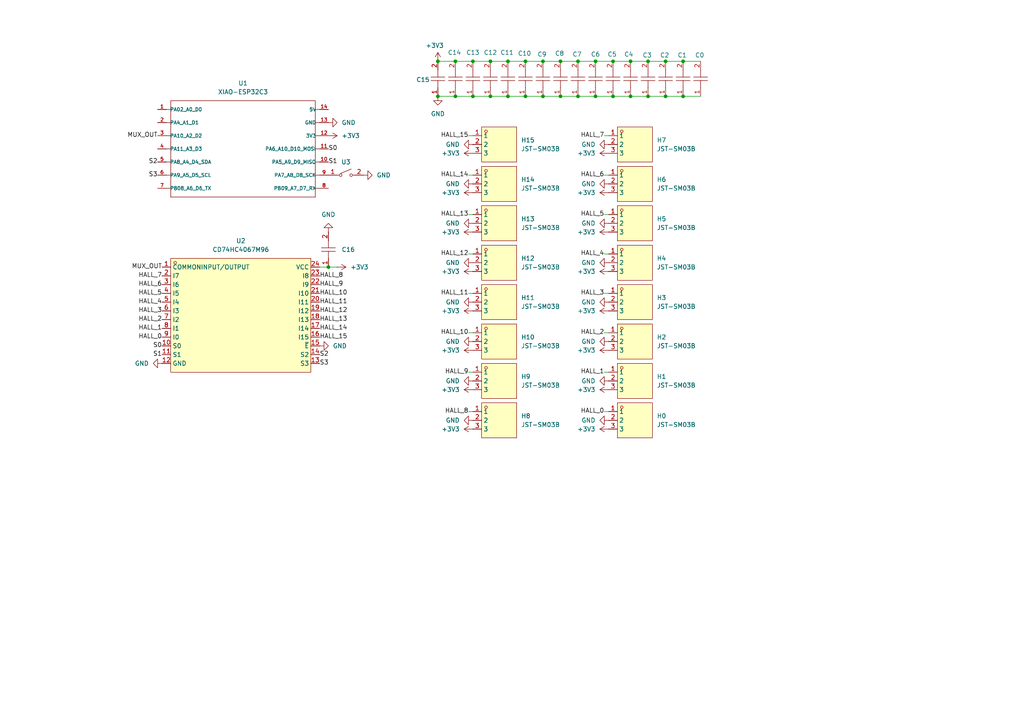
<source format=kicad_sch>
(kicad_sch (version 20231120) (generator "eeschema") (generator_version "8.0")
  (paper "A4")
  (lib_symbols
    (symbol "0_XIAO-ESP32C3:XIAO-ESP32C3" (pin_names (offset 1.016))
      (property "Reference" "U" (at -21.59 15.24 0))
      (property "Value" "XIAO-ESP32C3" (at -17.272 13.97 0))
      (symbol "XIAO-ESP32C3_0_0"
        (polyline (pts (xy -21.59 -13.97) (xy -21.59 0)) (stroke (width 0.1524)))
        (polyline (pts (xy -21.59 -11.43) (xy -22.86 -11.43)) (stroke (width 0.1524)))
        (polyline (pts (xy -21.59 -7.62) (xy -22.86 -7.62)) (stroke (width 0.1524)))
        (polyline (pts (xy -21.59 -3.81) (xy -22.86 -3.81)) (stroke (width 0.1524)))
        (polyline (pts (xy -21.59 0) (xy -22.86 0)) (stroke (width 0.1524)))
        (polyline (pts (xy -21.59 0) (xy -21.59 3.81)) (stroke (width 0.1524)))
        (polyline (pts (xy -21.59 3.81) (xy -22.86 3.81)) (stroke (width 0.1524)))
        (polyline (pts (xy -21.59 3.81) (xy -21.59 7.62)) (stroke (width 0.1524)))
        (polyline (pts (xy -21.59 7.62) (xy -22.86 7.62)) (stroke (width 0.1524)))
        (polyline (pts (xy -21.59 7.62) (xy -21.59 11.43)) (stroke (width 0.1524)))
        (polyline (pts (xy -21.59 11.43) (xy -22.86 11.43)) (stroke (width 0.1524)))
        (polyline (pts (xy -21.59 11.43) (xy -21.59 13.97)) (stroke (width 0.1524)))
        (polyline (pts (xy -21.59 13.97) (xy 20.32 13.97)) (stroke (width 0.1524)))
        (polyline (pts (xy 20.32 -13.97) (xy -21.59 -13.97)) (stroke (width 0.1524)))
        (polyline (pts (xy 20.32 3.81) (xy 20.32 -13.97)) (stroke (width 0.1524)))
        (polyline (pts (xy 20.32 7.62) (xy 20.32 3.81)) (stroke (width 0.1524)))
        (polyline (pts (xy 20.32 11.43) (xy 20.32 7.62)) (stroke (width 0.1524)))
        (polyline (pts (xy 20.32 13.97) (xy 20.32 11.43)) (stroke (width 0.1524)))
        (polyline (pts (xy 21.59 -11.43) (xy 20.32 -11.43)) (stroke (width 0.1524)))
        (polyline (pts (xy 21.59 -7.62) (xy 20.32 -7.62)) (stroke (width 0.1524)))
        (polyline (pts (xy 21.59 -3.81) (xy 20.32 -3.81)) (stroke (width 0.1524)))
        (polyline (pts (xy 21.59 0) (xy 20.32 0)) (stroke (width 0.1524)))
        (polyline (pts (xy 21.59 3.81) (xy 20.32 3.81)) (stroke (width 0.1524)))
        (polyline (pts (xy 21.59 7.62) (xy 20.32 7.62)) (stroke (width 0.1524)))
        (polyline (pts (xy 21.59 11.43) (xy 20.32 11.43)) (stroke (width 0.1524)))
        (pin bidirectional line (at -25.4 11.43 0) (length 2.54) (name "PA02_A0_D0") (number "1"))
        (pin bidirectional line (at 24.13 -3.81 180) (length 2.54) (name "PA5_A9_D9_MISO") (number "10"))
        (pin bidirectional line (at 24.13 0 180) (length 2.54) (name "PA6_A10_D10_MOSI") (number "11"))
        (pin bidirectional line (at 24.13 3.81 180) (length 2.54) (name "3V3") (number "12"))
        (pin bidirectional line (at 24.13 7.62 180) (length 2.54) (name "GND") (number "13"))
        (pin bidirectional line (at 24.13 11.43 180) (length 2.54) (name "5V") (number "14"))
        (pin bidirectional line (at -25.4 7.62 0) (length 2.54) (name "PA4_A1_D1") (number "2"))
        (pin bidirectional line (at -25.4 3.81 0) (length 2.54) (name "PA10_A2_D2") (number "3"))
        (pin bidirectional line (at -25.4 0 0) (length 2.54) (name "PA11_A3_D3") (number "4"))
        (pin bidirectional line (at -25.4 -3.81 0) (length 2.54) (name "PA8_A4_D4_SDA") (number "5"))
        (pin bidirectional line (at -25.4 -7.62 0) (length 2.54) (name "PA9_A5_D5_SCL") (number "6"))
        (pin bidirectional line (at -25.4 -11.43 0) (length 2.54) (name "PB08_A6_D6_TX") (number "7"))
        (pin bidirectional line (at 24.13 -11.43 180) (length 2.54) (name "PB09_A7_D7_RX") (number "8"))
        (pin bidirectional line (at 24.13 -7.62 180) (length 2.54) (name "PA7_A8_D8_SCK") (number "9"))
      )
    )
    (symbol "0_easyeda2kicad:2.5x3mm-BUTTON"
      (property "Reference" "U" (at 0 5.08 0))
      (symbol "2.5x3mm-BUTTON_0_1"
        (circle (center -1.52 0) (radius 0.38))
        (polyline (pts (xy -2.03 0) (xy -2.54 0)))
        (polyline (pts (xy -1.52 0.51) (xy 1.52 1.78)))
        (polyline (pts (xy 2.03 0) (xy 2.54 0)))
        (circle (center 1.52 0) (radius 0.38))
      )
      (symbol "2.5x3mm-BUTTON_1_1"
        (pin unspecified line (at -5.08 0 0) (length 2.54) (name "") (number "1"))
        (pin unspecified line (at 5.08 0 180) (length 2.54) (name "") (number "2"))
      )
    )
    (symbol "0_easyeda2kicad:C-0402-0.1uF-16V"
      (property "Reference" "C" (at 0 5.08 0))
      (symbol "C-0402-0.1uF-16V_0_1"
        (polyline (pts (xy -0.51 -2.03) (xy -0.51 2.03)))
        (polyline (pts (xy -0.51 0) (xy -2.54 0)))
        (polyline (pts (xy 0.51 2.03) (xy 0.51 -2.03)))
        (polyline (pts (xy 2.54 0) (xy 0.51 0)))
      )
      (symbol "C-0402-0.1uF-16V_1_1"
        (pin unspecified line (at -5.08 0 0) (length 2.54) (name "") (number "1"))
        (pin unspecified line (at 5.08 0 180) (length 2.54) (name "") (number "2"))
      )
    )
    (symbol "0_easyeda2kicad:CD74HC4067M96"
      (property "Reference" "U" (at 0 19.05 0))
      (property "Value" "CD74HC4067M96" (at 0 -19.05 0))
      (symbol "CD74HC4067M96_0_1"
        (rectangle (start -20.32 16.51) (end 20.32 -16.51) (fill (type background)))
        (circle (center -19.05 15.24) (radius 0.38))
        (pin unspecified line (at -22.86 13.97 0) (length 2.54) (name "COMMONINPUT/OUTPUT") (number "1"))
        (pin unspecified line (at -22.86 -8.89 0) (length 2.54) (name "S0") (number "10"))
        (pin unspecified line (at -22.86 -11.43 0) (length 2.54) (name "S1") (number "11"))
        (pin unspecified line (at -22.86 -13.97 0) (length 2.54) (name "GND") (number "12"))
        (pin unspecified line (at 22.86 -13.97 180) (length 2.54) (name "S3") (number "13"))
        (pin unspecified line (at 22.86 -11.43 180) (length 2.54) (name "S2") (number "14"))
        (pin unspecified line (at 22.86 -8.89 180) (length 2.54) (name "~{E}") (number "15"))
        (pin unspecified line (at 22.86 -6.35 180) (length 2.54) (name "I15") (number "16"))
        (pin unspecified line (at 22.86 -3.81 180) (length 2.54) (name "I14") (number "17"))
        (pin unspecified line (at 22.86 -1.27 180) (length 2.54) (name "I13") (number "18"))
        (pin unspecified line (at 22.86 1.27 180) (length 2.54) (name "I12") (number "19"))
        (pin unspecified line (at -22.86 11.43 0) (length 2.54) (name "I7") (number "2"))
        (pin unspecified line (at 22.86 3.81 180) (length 2.54) (name "I11") (number "20"))
        (pin unspecified line (at 22.86 6.35 180) (length 2.54) (name "I10") (number "21"))
        (pin unspecified line (at 22.86 8.89 180) (length 2.54) (name "I9") (number "22"))
        (pin unspecified line (at 22.86 11.43 180) (length 2.54) (name "I8") (number "23"))
        (pin unspecified line (at 22.86 13.97 180) (length 2.54) (name "VCC") (number "24"))
        (pin unspecified line (at -22.86 8.89 0) (length 2.54) (name "I6") (number "3"))
        (pin unspecified line (at -22.86 6.35 0) (length 2.54) (name "I5") (number "4"))
        (pin unspecified line (at -22.86 3.81 0) (length 2.54) (name "I4") (number "5"))
        (pin unspecified line (at -22.86 1.27 0) (length 2.54) (name "I3") (number "6"))
        (pin unspecified line (at -22.86 -1.27 0) (length 2.54) (name "I2") (number "7"))
        (pin unspecified line (at -22.86 -3.81 0) (length 2.54) (name "I1") (number "8"))
        (pin unspecified line (at -22.86 -6.35 0) (length 2.54) (name "I0") (number "9"))
      )
    )
    (symbol "0_easyeda2kicad:SM03B-SRSS-TB(LF)(SN)(P)"
      (property "Reference" "H" (at 0 12.7 0))
      (property "Value" "JST-SM03B" (at 0 -12.7 0))
      (symbol "SM03B-SRSS-TB(LF)(SN)(P)_0_1"
        (rectangle (start -2.54 5.08) (end 7.62 -5.08) (fill (type background)))
        (circle (center -1.27 3.81) (radius 0.38))
        (pin unspecified line (at -5.08 2.54 0) (length 2.54) (name "1") (number "1"))
        (pin unspecified line (at -5.08 0 0) (length 2.54) (name "2") (number "2"))
        (pin unspecified line (at -5.08 -2.54 0) (length 2.54) (name "3") (number "3"))
      )
    )
    (symbol "power:+3V3" (power) (pin_numbers hide) (pin_names (offset 0) hide)
      (property "Value" "+3V3" (at 0 3.556 0))
      (symbol "+3V3_0_1"
        (polyline (pts (xy -0.762 1.27) (xy 0 2.54)))
        (polyline (pts (xy 0 0) (xy 0 2.54)))
        (polyline (pts (xy 0 2.54) (xy 0.762 1.27)))
      )
      (symbol "+3V3_1_1"
        (pin power_in line (at 0 0 90) (length 0) (name "~") (number "1"))
      )
    )
    (symbol "power:GND" (power) (pin_numbers hide) (pin_names (offset 0) hide)
      (property "Value" "GND" (at 0 -3.81 0))
      (symbol "GND_0_1"
        (polyline (pts (xy 0 0) (xy 0 -1.27) (xy 1.27 -1.27) (xy 0 -2.54) (xy -1.27 -1.27) (xy 0 -1.27)))
      )
      (symbol "GND_1_1"
        (pin power_in line (at 0 0 270) (length 0) (name "~") (number "1"))
      )
    )
  )
  (junction (at 142.24 27.94))
  (junction (at 198.12 27.94))
  (junction (at 137.16 27.94))
  (junction (at 157.48 27.94))
  (junction (at 193.04 27.94))
  (junction (at 162.56 17.78))
  (junction (at 182.88 27.94))
  (junction (at 152.4 17.78))
  (junction (at 152.4 27.94))
  (junction (at 172.72 17.78))
  (junction (at 172.72 27.94))
  (junction (at 142.24 17.78))
  (junction (at 177.8 27.94))
  (junction (at 162.56 27.94))
  (junction (at 167.64 27.94))
  (junction (at 177.8 17.78))
  (junction (at 193.04 17.78))
  (junction (at 198.12 17.78))
  (junction (at 147.32 27.94))
  (junction (at 127 17.78))
  (junction (at 127 27.94))
  (junction (at 132.08 27.94))
  (junction (at 157.48 17.78))
  (junction (at 167.64 17.78))
  (junction (at 132.08 17.78))
  (junction (at 147.32 17.78))
  (junction (at 187.96 27.94))
  (junction (at 95.25 77.47))
  (junction (at 187.96 17.78))
  (junction (at 137.16 17.78))
  (junction (at 182.88 17.78))
  (wire (pts (xy 127 27.94) (xy 132.08 27.94)))
  (wire (pts (xy 172.72 17.78) (xy 177.8 17.78)))
  (wire (pts (xy 137.16 17.78) (xy 142.24 17.78)))
  (wire (pts (xy 175.26 50.8) (xy 176.53 50.8)))
  (wire (pts (xy 172.72 27.94) (xy 177.8 27.94)))
  (wire (pts (xy 175.26 85.09) (xy 176.53 85.09)))
  (wire (pts (xy 135.89 62.23) (xy 137.16 62.23)))
  (wire (pts (xy 127 17.78) (xy 132.08 17.78)))
  (wire (pts (xy 135.89 96.52) (xy 137.16 96.52)))
  (wire (pts (xy 137.16 27.94) (xy 142.24 27.94)))
  (wire (pts (xy 193.04 27.94) (xy 198.12 27.94)))
  (wire (pts (xy 187.96 27.94) (xy 193.04 27.94)))
  (wire (pts (xy 198.12 27.94) (xy 203.2 27.94)))
  (wire (pts (xy 187.96 17.78) (xy 193.04 17.78)))
  (wire (pts (xy 198.12 17.78) (xy 203.2 17.78)))
  (wire (pts (xy 152.4 17.78) (xy 157.48 17.78)))
  (wire (pts (xy 95.25 77.47) (xy 97.79 77.47)))
  (wire (pts (xy 157.48 17.78) (xy 162.56 17.78)))
  (wire (pts (xy 92.71 77.47) (xy 95.25 77.47)))
  (wire (pts (xy 177.8 17.78) (xy 182.88 17.78)))
  (wire (pts (xy 175.26 119.38) (xy 176.53 119.38)))
  (wire (pts (xy 135.89 85.09) (xy 137.16 85.09)))
  (wire (pts (xy 193.04 17.78) (xy 198.12 17.78)))
  (wire (pts (xy 135.89 119.38) (xy 137.16 119.38)))
  (wire (pts (xy 175.26 96.52) (xy 176.53 96.52)))
  (wire (pts (xy 162.56 27.94) (xy 167.64 27.94)))
  (wire (pts (xy 175.26 73.66) (xy 176.53 73.66)))
  (wire (pts (xy 175.26 39.37) (xy 176.53 39.37)))
  (wire (pts (xy 142.24 27.94) (xy 147.32 27.94)))
  (wire (pts (xy 167.64 17.78) (xy 172.72 17.78)))
  (wire (pts (xy 177.8 27.94) (xy 182.88 27.94)))
  (wire (pts (xy 182.88 27.94) (xy 187.96 27.94)))
  (wire (pts (xy 147.32 27.94) (xy 152.4 27.94)))
  (wire (pts (xy 157.48 27.94) (xy 162.56 27.94)))
  (wire (pts (xy 132.08 17.78) (xy 137.16 17.78)))
  (wire (pts (xy 132.08 27.94) (xy 137.16 27.94)))
  (wire (pts (xy 162.56 17.78) (xy 167.64 17.78)))
  (wire (pts (xy 175.26 62.23) (xy 176.53 62.23)))
  (wire (pts (xy 142.24 17.78) (xy 147.32 17.78)))
  (wire (pts (xy 135.89 107.95) (xy 137.16 107.95)))
  (wire (pts (xy 182.88 17.78) (xy 187.96 17.78)))
  (wire (pts (xy 135.89 50.8) (xy 137.16 50.8)))
  (wire (pts (xy 167.64 27.94) (xy 172.72 27.94)))
  (wire (pts (xy 135.89 73.66) (xy 137.16 73.66)))
  (wire (pts (xy 147.32 17.78) (xy 152.4 17.78)))
  (wire (pts (xy 175.26 107.95) (xy 176.53 107.95)))
  (wire (pts (xy 135.89 39.37) (xy 137.16 39.37)))
  (wire (pts (xy 152.4 27.94) (xy 157.48 27.94)))
  (label "S2" (at 45.72 46.99 180))
  (label "HALL_12" (at 92.71 90.17 0))
  (label "HALL_3" (at 175.26 85.09 180))
  (label "S2" (at 92.71 102.87 0))
  (label "S0" (at 46.99 100.33 180))
  (label "MUX_OUT" (at 46.99 77.47 180))
  (label "HALL_15" (at 92.71 97.79 0))
  (label "HALL_5" (at 46.99 85.09 180))
  (label "S0" (at 95.25 43.18 0))
  (label "MUX_OUT" (at 45.72 39.37 180))
  (label "HALL_2" (at 175.26 96.52 180))
  (label "HALL_9" (at 135.89 107.95 180))
  (label "HALL_3" (at 46.99 90.17 180))
  (label "HALL_8" (at 135.89 119.38 180))
  (label "HALL_14" (at 92.71 95.25 0))
  (label "HALL_6" (at 175.26 50.8 180))
  (label "HALL_10" (at 135.89 96.52 180))
  (label "S1" (at 46.99 102.87 180))
  (label "HALL_7" (at 175.26 39.37 180))
  (label "S1" (at 95.25 46.99 0))
  (label "HALL_4" (at 175.26 73.66 180))
  (label "HALL_1" (at 175.26 107.95 180))
  (label "HALL_11" (at 92.71 87.63 0))
  (label "HALL_7" (at 46.99 80.01 180))
  (label "HALL_1" (at 46.99 95.25 180))
  (label "HALL_6" (at 46.99 82.55 180))
  (label "HALL_12" (at 135.89 73.66 180))
  (label "HALL_8" (at 92.71 80.01 0))
  (label "HALL_0" (at 46.99 97.79 180))
  (label "HALL_11" (at 135.89 85.09 180))
  (label "HALL_9" (at 92.71 82.55 0))
  (label "HALL_4" (at 46.99 87.63 180))
  (label "HALL_5" (at 175.26 62.23 180))
  (label "S3" (at 45.72 50.8 180))
  (label "HALL_13" (at 135.89 62.23 180))
  (label "HALL_14" (at 135.89 50.8 180))
  (label "S3" (at 92.71 105.41 0))
  (label "HALL_13" (at 92.71 92.71 0))
  (label "HALL_15" (at 135.89 39.37 180))
  (label "HALL_2" (at 46.99 92.71 180))
  (label "HALL_0" (at 175.26 119.38 180))
  (label "HALL_10" (at 92.71 85.09 0))
  (symbol (lib_id "0_XIAO-ESP32C3:XIAO-ESP32C3") (at 71.12 43.18 0) (unit 1)
    (property "Reference" "U1" (at 70.485 24.13 0))
    (property "Value" "XIAO-ESP32C3" (at 70.485 26.67 0))
    (property "Footprint" "MOUDLE14P-SMD-2.54-21X17.8MM" (effects (hide yes)))
  )
  (symbol (lib_id "0_easyeda2kicad:C-0402-0.1uF-16V") (at 162.56 22.86 90) (unit 1)
    (property "Reference" "C8" (at 162.306 15.494 90))
    (property "Value" "C-0402-0.1uF-16V" (effects (hide yes)))
    (property "Footprint" "0_easyeda2kicad:C0402" (effects (hide yes)))
    (property "Datasheet" "https://lcsc.com/product-detail/Multilayer-Ceramic-Capacitors-MLCC-SMD-SMT_SAMSUNG_CL05B104KO5NNNC_100nF-104-10-16V_C1525.html" (effects (hide yes)))
    (property "LCSC Part" "C1525" (effects (hide yes)))
  )
  (symbol (lib_id "power:GND") (at 95.25 67.31 180) (unit 1)
    (property "Reference" "#PWR040" (effects (hide yes)))
    (property "Value" "GND" (at 95.25 62.23 0))
    (property "Description" "Power symbol creates a global label with name \"GND\" , ground" (effects (hide yes)))
  )
  (symbol (lib_id "power:GND") (at 105.41 50.8 90) (unit 1)
    (property "Reference" "#PWR041" (effects (hide yes)))
    (property "Value" "GND" (at 109.22 50.7999 90) (effects (justify right)))
    (property "Description" "Power symbol creates a global label with name \"GND\" , ground" (effects (hide yes)))
  )
  (symbol (lib_id "0_easyeda2kicad:SM03B-SRSS-TB(LF)(SN)(P)") (at 142.24 99.06 0) (unit 1)
    (property "Reference" "H10" (at 151.13 97.7899 0) (effects (justify left)))
    (property "Value" "JST-SM03B" (at 151.13 100.3299 0) (effects (justify left)))
    (property "Footprint" "0_easyeda2kicad:CONN-SMD_SM03B-SRSS-TB-LF-SN-P" (effects (hide yes)))
    (property "Datasheet" "https://lcsc.com/product-detail/Others_JST-Sales-America__JST-Sales-America-SM03B-SRSS-TB-LF-SN-P_C160403.html" (effects (hide yes)))
    (property "LCSC Part" "C160403" (effects (hide yes)))
  )
  (symbol (lib_id "power:+3V3") (at 97.79 77.47 270) (unit 1)
    (property "Reference" "#PWR035" (effects (hide yes)))
    (property "Value" "+3V3" (at 101.6 77.4701 90) (effects (justify left)))
    (property "Description" "Power symbol creates a global label with name \"+3V3\"" (effects (hide yes)))
  )
  (symbol (lib_id "0_easyeda2kicad:C-0402-0.1uF-16V") (at 142.24 22.86 90) (unit 1)
    (property "Reference" "C12" (at 142.24 15.24 90))
    (property "Value" "C-0402-0.1uF-16V" (effects (hide yes)))
    (property "Footprint" "0_easyeda2kicad:C0402" (effects (hide yes)))
    (property "Datasheet" "https://lcsc.com/product-detail/Multilayer-Ceramic-Capacitors-MLCC-SMD-SMT_SAMSUNG_CL05B104KO5NNNC_100nF-104-10-16V_C1525.html" (effects (hide yes)))
    (property "LCSC Part" "C1525" (effects (hide yes)))
  )
  (symbol (lib_id "0_easyeda2kicad:SM03B-SRSS-TB(LF)(SN)(P)") (at 181.61 41.91 0) (unit 1)
    (property "Reference" "H7" (at 190.5 40.6399 0) (effects (justify left)))
    (property "Value" "JST-SM03B" (at 190.5 43.1799 0) (effects (justify left)))
    (property "Footprint" "0_easyeda2kicad:CONN-SMD_SM03B-SRSS-TB-LF-SN-P" (effects (hide yes)))
    (property "Datasheet" "https://lcsc.com/product-detail/Others_JST-Sales-America__JST-Sales-America-SM03B-SRSS-TB-LF-SN-P_C160403.html" (effects (hide yes)))
    (property "LCSC Part" "C160403" (effects (hide yes)))
  )
  (symbol (lib_id "power:GND") (at 176.53 41.91 270) (unit 1)
    (property "Reference" "#PWR019" (effects (hide yes)))
    (property "Value" "GND" (at 172.72 41.9099 90) (effects (justify right)))
    (property "Description" "Power symbol creates a global label with name \"GND\" , ground" (effects (hide yes)))
  )
  (symbol (lib_id "0_easyeda2kicad:C-0402-0.1uF-16V") (at 152.4 22.86 90) (unit 1)
    (property "Reference" "C10" (at 152.146 15.494 90))
    (property "Value" "C-0402-0.1uF-16V" (effects (hide yes)))
    (property "Footprint" "0_easyeda2kicad:C0402" (effects (hide yes)))
    (property "Datasheet" "https://lcsc.com/product-detail/Multilayer-Ceramic-Capacitors-MLCC-SMD-SMT_SAMSUNG_CL05B104KO5NNNC_100nF-104-10-16V_C1525.html" (effects (hide yes)))
    (property "LCSC Part" "C1525" (effects (hide yes)))
  )
  (symbol (lib_id "power:GND") (at 137.16 41.91 270) (unit 1)
    (property "Reference" "#PWR01" (effects (hide yes)))
    (property "Value" "GND" (at 133.35 41.9099 90) (effects (justify right)))
    (property "Description" "Power symbol creates a global label with name \"GND\" , ground" (effects (hide yes)))
  )
  (symbol (lib_id "0_easyeda2kicad:C-0402-0.1uF-16V") (at 167.64 22.86 90) (unit 1)
    (property "Reference" "C7" (at 167.386 15.748 90))
    (property "Value" "C-0402-0.1uF-16V" (effects (hide yes)))
    (property "Footprint" "0_easyeda2kicad:C0402" (effects (hide yes)))
    (property "Datasheet" "https://lcsc.com/product-detail/Multilayer-Ceramic-Capacitors-MLCC-SMD-SMT_SAMSUNG_CL05B104KO5NNNC_100nF-104-10-16V_C1525.html" (effects (hide yes)))
    (property "LCSC Part" "C1525" (effects (hide yes)))
  )
  (symbol (lib_id "power:GND") (at 137.16 87.63 270) (unit 1)
    (property "Reference" "#PWR011" (effects (hide yes)))
    (property "Value" "GND" (at 133.35 87.6299 90) (effects (justify right)))
    (property "Description" "Power symbol creates a global label with name \"GND\" , ground" (effects (hide yes)))
  )
  (symbol (lib_id "power:GND") (at 176.53 121.92 270) (unit 1)
    (property "Reference" "#PWR033" (effects (hide yes)))
    (property "Value" "GND" (at 172.72 121.9199 90) (effects (justify right)))
    (property "Description" "Power symbol creates a global label with name \"GND\" , ground" (effects (hide yes)))
  )
  (symbol (lib_id "power:GND") (at 92.71 100.33 90) (unit 1)
    (property "Reference" "#PWR037" (effects (hide yes)))
    (property "Value" "GND" (at 96.52 100.3299 90) (effects (justify right)))
    (property "Description" "Power symbol creates a global label with name \"GND\" , ground" (effects (hide yes)))
  )
  (symbol (lib_id "power:GND") (at 137.16 110.49 270) (unit 1)
    (property "Reference" "#PWR015" (effects (hide yes)))
    (property "Value" "GND" (at 133.35 110.4899 90) (effects (justify right)))
    (property "Description" "Power symbol creates a global label with name \"GND\" , ground" (effects (hide yes)))
  )
  (symbol (lib_id "0_easyeda2kicad:SM03B-SRSS-TB(LF)(SN)(P)") (at 142.24 41.91 0) (unit 1)
    (property "Reference" "H15" (at 151.13 40.6399 0) (effects (justify left)))
    (property "Value" "JST-SM03B" (at 151.13 43.1799 0) (effects (justify left)))
    (property "Footprint" "0_easyeda2kicad:CONN-SMD_SM03B-SRSS-TB-LF-SN-P" (effects (hide yes)))
    (property "Datasheet" "https://lcsc.com/product-detail/Others_JST-Sales-America__JST-Sales-America-SM03B-SRSS-TB-LF-SN-P_C160403.html" (effects (hide yes)))
    (property "LCSC Part" "C160403" (effects (hide yes)))
  )
  (symbol (lib_id "power:+3V3") (at 176.53 101.6 90) (unit 1)
    (property "Reference" "#PWR030" (effects (hide yes)))
    (property "Value" "+3V3" (at 172.72 101.5999 90) (effects (justify left)))
    (property "Description" "Power symbol creates a global label with name \"+3V3\"" (effects (hide yes)))
  )
  (symbol (lib_id "0_easyeda2kicad:SM03B-SRSS-TB(LF)(SN)(P)") (at 142.24 110.49 0) (unit 1)
    (property "Reference" "H9" (at 151.13 109.2199 0) (effects (justify left)))
    (property "Value" "JST-SM03B" (at 151.13 111.7599 0) (effects (justify left)))
    (property "Footprint" "0_easyeda2kicad:CONN-SMD_SM03B-SRSS-TB-LF-SN-P" (effects (hide yes)))
    (property "Datasheet" "https://lcsc.com/product-detail/Others_JST-Sales-America__JST-Sales-America-SM03B-SRSS-TB-LF-SN-P_C160403.html" (effects (hide yes)))
    (property "LCSC Part" "C160403" (effects (hide yes)))
  )
  (symbol (lib_id "power:+3V3") (at 137.16 101.6 90) (unit 1)
    (property "Reference" "#PWR014" (effects (hide yes)))
    (property "Value" "+3V3" (at 133.35 101.5999 90) (effects (justify left)))
    (property "Description" "Power symbol creates a global label with name \"+3V3\"" (effects (hide yes)))
  )
  (symbol (lib_id "0_easyeda2kicad:C-0402-0.1uF-16V") (at 193.04 22.86 90) (unit 1)
    (property "Reference" "C2" (at 192.786 16.002 90))
    (property "Value" "C-0402-0.1uF-16V" (effects (hide yes)))
    (property "Footprint" "0_easyeda2kicad:C0402" (effects (hide yes)))
    (property "Datasheet" "https://lcsc.com/product-detail/Multilayer-Ceramic-Capacitors-MLCC-SMD-SMT_SAMSUNG_CL05B104KO5NNNC_100nF-104-10-16V_C1525.html" (effects (hide yes)))
    (property "LCSC Part" "C1525" (effects (hide yes)))
  )
  (symbol (lib_id "0_easyeda2kicad:SM03B-SRSS-TB(LF)(SN)(P)") (at 181.61 99.06 0) (unit 1)
    (property "Reference" "H2" (at 190.5 97.7899 0) (effects (justify left)))
    (property "Value" "JST-SM03B" (at 190.5 100.3299 0) (effects (justify left)))
    (property "Footprint" "0_easyeda2kicad:CONN-SMD_SM03B-SRSS-TB-LF-SN-P" (effects (hide yes)))
    (property "Datasheet" "https://lcsc.com/product-detail/Others_JST-Sales-America__JST-Sales-America-SM03B-SRSS-TB-LF-SN-P_C160403.html" (effects (hide yes)))
    (property "LCSC Part" "C160403" (effects (hide yes)))
  )
  (symbol (lib_id "power:+3V3") (at 95.25 39.37 270) (unit 1)
    (property "Reference" "#PWR039" (effects (hide yes)))
    (property "Value" "+3V3" (at 99.06 39.3701 90) (effects (justify left)))
    (property "Description" "Power symbol creates a global label with name \"+3V3\"" (effects (hide yes)))
  )
  (symbol (lib_id "0_easyeda2kicad:SM03B-SRSS-TB(LF)(SN)(P)") (at 142.24 121.92 0) (unit 1)
    (property "Reference" "H8" (at 151.13 120.6499 0) (effects (justify left)))
    (property "Value" "JST-SM03B" (at 151.13 123.1899 0) (effects (justify left)))
    (property "Footprint" "0_easyeda2kicad:CONN-SMD_SM03B-SRSS-TB-LF-SN-P" (effects (hide yes)))
    (property "Datasheet" "https://lcsc.com/product-detail/Others_JST-Sales-America__JST-Sales-America-SM03B-SRSS-TB-LF-SN-P_C160403.html" (effects (hide yes)))
    (property "LCSC Part" "C160403" (effects (hide yes)))
  )
  (symbol (lib_id "0_easyeda2kicad:C-0402-0.1uF-16V") (at 147.32 22.86 90) (unit 1)
    (property "Reference" "C11" (at 147.066 15.24 90))
    (property "Value" "C-0402-0.1uF-16V" (effects (hide yes)))
    (property "Footprint" "0_easyeda2kicad:C0402" (effects (hide yes)))
    (property "Datasheet" "https://lcsc.com/product-detail/Multilayer-Ceramic-Capacitors-MLCC-SMD-SMT_SAMSUNG_CL05B104KO5NNNC_100nF-104-10-16V_C1525.html" (effects (hide yes)))
    (property "LCSC Part" "C1525" (effects (hide yes)))
  )
  (symbol (lib_id "power:GND") (at 127 27.94 0) (unit 1)
    (property "Reference" "#PWR03" (effects (hide yes)))
    (property "Value" "GND" (at 127 33.02 0))
    (property "Description" "Power symbol creates a global label with name \"GND\" , ground" (effects (hide yes)))
  )
  (symbol (lib_id "0_easyeda2kicad:C-0402-0.1uF-16V") (at 132.08 22.86 90) (unit 1)
    (property "Reference" "C14" (at 131.826 15.24 90))
    (property "Value" "C-0402-0.1uF-16V" (effects (hide yes)))
    (property "Footprint" "0_easyeda2kicad:C0402" (effects (hide yes)))
    (property "Datasheet" "https://lcsc.com/product-detail/Multilayer-Ceramic-Capacitors-MLCC-SMD-SMT_SAMSUNG_CL05B104KO5NNNC_100nF-104-10-16V_C1525.html" (effects (hide yes)))
    (property "LCSC Part" "C1525" (effects (hide yes)))
  )
  (symbol (lib_id "power:GND") (at 46.99 105.41 270) (unit 1)
    (property "Reference" "#PWR036" (effects (hide yes)))
    (property "Value" "GND" (at 43.18 105.4099 90) (effects (justify right)))
    (property "Description" "Power symbol creates a global label with name \"GND\" , ground" (effects (hide yes)))
  )
  (symbol (lib_id "power:+3V3") (at 137.16 78.74 90) (unit 1)
    (property "Reference" "#PWR010" (effects (hide yes)))
    (property "Value" "+3V3" (at 133.35 78.7399 90) (effects (justify left)))
    (property "Description" "Power symbol creates a global label with name \"+3V3\"" (effects (hide yes)))
  )
  (symbol (lib_id "0_easyeda2kicad:C-0402-0.1uF-16V") (at 127 22.86 90) (unit 1)
    (property "Reference" "C15" (at 122.682 23.114 90))
    (property "Value" "C-0402-0.1uF-16V" (effects (hide yes)))
    (property "Footprint" "0_easyeda2kicad:C0402" (effects (hide yes)))
    (property "Datasheet" "https://lcsc.com/product-detail/Multilayer-Ceramic-Capacitors-MLCC-SMD-SMT_SAMSUNG_CL05B104KO5NNNC_100nF-104-10-16V_C1525.html" (effects (hide yes)))
    (property "LCSC Part" "C1525" (effects (hide yes)))
  )
  (symbol (lib_id "0_easyeda2kicad:SM03B-SRSS-TB(LF)(SN)(P)") (at 142.24 53.34 0) (unit 1)
    (property "Reference" "H14" (at 151.13 52.0699 0) (effects (justify left)))
    (property "Value" "JST-SM03B" (at 151.13 54.6099 0) (effects (justify left)))
    (property "Footprint" "0_easyeda2kicad:CONN-SMD_SM03B-SRSS-TB-LF-SN-P" (effects (hide yes)))
    (property "Datasheet" "https://lcsc.com/product-detail/Others_JST-Sales-America__JST-Sales-America-SM03B-SRSS-TB-LF-SN-P_C160403.html" (effects (hide yes)))
    (property "LCSC Part" "C160403" (effects (hide yes)))
  )
  (symbol (lib_id "power:GND") (at 176.53 87.63 270) (unit 1)
    (property "Reference" "#PWR027" (effects (hide yes)))
    (property "Value" "GND" (at 172.72 87.6299 90) (effects (justify right)))
    (property "Description" "Power symbol creates a global label with name \"GND\" , ground" (effects (hide yes)))
  )
  (symbol (lib_id "power:GND") (at 137.16 53.34 270) (unit 1)
    (property "Reference" "#PWR05" (effects (hide yes)))
    (property "Value" "GND" (at 133.35 53.3399 90) (effects (justify right)))
    (property "Description" "Power symbol creates a global label with name \"GND\" , ground" (effects (hide yes)))
  )
  (symbol (lib_id "power:+3V3") (at 137.16 67.31 90) (unit 1)
    (property "Reference" "#PWR08" (effects (hide yes)))
    (property "Value" "+3V3" (at 133.35 67.3099 90) (effects (justify left)))
    (property "Description" "Power symbol creates a global label with name \"+3V3\"" (effects (hide yes)))
  )
  (symbol (lib_id "power:+3V3") (at 137.16 90.17 90) (unit 1)
    (property "Reference" "#PWR012" (effects (hide yes)))
    (property "Value" "+3V3" (at 133.35 90.1699 90) (effects (justify left)))
    (property "Description" "Power symbol creates a global label with name \"+3V3\"" (effects (hide yes)))
  )
  (symbol (lib_id "0_easyeda2kicad:C-0402-0.1uF-16V") (at 203.2 22.86 90) (unit 1)
    (property "Reference" "C0" (at 202.946 16.002 90))
    (property "Value" "C-0402-0.1uF-16V" (effects (hide yes)))
    (property "Footprint" "0_easyeda2kicad:C0402" (effects (hide yes)))
    (property "Datasheet" "https://lcsc.com/product-detail/Multilayer-Ceramic-Capacitors-MLCC-SMD-SMT_SAMSUNG_CL05B104KO5NNNC_100nF-104-10-16V_C1525.html" (effects (hide yes)))
    (property "LCSC Part" "C1525" (effects (hide yes)))
  )
  (symbol (lib_id "0_easyeda2kicad:C-0402-0.1uF-16V") (at 137.16 22.86 90) (unit 1)
    (property "Reference" "C13" (at 137.16 15.24 90))
    (property "Value" "C-0402-0.1uF-16V" (effects (hide yes)))
    (property "Footprint" "0_easyeda2kicad:C0402" (effects (hide yes)))
    (property "Datasheet" "https://lcsc.com/product-detail/Multilayer-Ceramic-Capacitors-MLCC-SMD-SMT_SAMSUNG_CL05B104KO5NNNC_100nF-104-10-16V_C1525.html" (effects (hide yes)))
    (property "LCSC Part" "C1525" (effects (hide yes)))
  )
  (symbol (lib_id "0_easyeda2kicad:C-0402-0.1uF-16V") (at 187.96 22.86 90) (unit 1)
    (property "Reference" "C3" (at 187.706 16.002 90))
    (property "Value" "C-0402-0.1uF-16V" (effects (hide yes)))
    (property "Footprint" "0_easyeda2kicad:C0402" (effects (hide yes)))
    (property "Datasheet" "https://lcsc.com/product-detail/Multilayer-Ceramic-Capacitors-MLCC-SMD-SMT_SAMSUNG_CL05B104KO5NNNC_100nF-104-10-16V_C1525.html" (effects (hide yes)))
    (property "LCSC Part" "C1525" (effects (hide yes)))
  )
  (symbol (lib_id "0_easyeda2kicad:SM03B-SRSS-TB(LF)(SN)(P)") (at 142.24 76.2 0) (unit 1)
    (property "Reference" "H12" (at 151.13 74.9299 0) (effects (justify left)))
    (property "Value" "JST-SM03B" (at 151.13 77.4699 0) (effects (justify left)))
    (property "Footprint" "0_easyeda2kicad:CONN-SMD_SM03B-SRSS-TB-LF-SN-P" (effects (hide yes)))
    (property "Datasheet" "https://lcsc.com/product-detail/Others_JST-Sales-America__JST-Sales-America-SM03B-SRSS-TB-LF-SN-P_C160403.html" (effects (hide yes)))
    (property "LCSC Part" "C160403" (effects (hide yes)))
  )
  (symbol (lib_id "0_easyeda2kicad:SM03B-SRSS-TB(LF)(SN)(P)") (at 142.24 87.63 0) (unit 1)
    (property "Reference" "H11" (at 151.13 86.3599 0) (effects (justify left)))
    (property "Value" "JST-SM03B" (at 151.13 88.8999 0) (effects (justify left)))
    (property "Footprint" "0_easyeda2kicad:CONN-SMD_SM03B-SRSS-TB-LF-SN-P" (effects (hide yes)))
    (property "Datasheet" "https://lcsc.com/product-detail/Others_JST-Sales-America__JST-Sales-America-SM03B-SRSS-TB-LF-SN-P_C160403.html" (effects (hide yes)))
    (property "LCSC Part" "C160403" (effects (hide yes)))
  )
  (symbol (lib_id "power:+3V3") (at 137.16 44.45 90) (unit 1)
    (property "Reference" "#PWR02" (effects (hide yes)))
    (property "Value" "+3V3" (at 133.35 44.4499 90) (effects (justify left)))
    (property "Description" "Power symbol creates a global label with name \"+3V3\"" (effects (hide yes)))
  )
  (symbol (lib_id "0_easyeda2kicad:C-0402-0.1uF-16V") (at 182.88 22.86 90) (unit 1)
    (property "Reference" "C4" (at 182.372 15.748 90))
    (property "Value" "C-0402-0.1uF-16V" (effects (hide yes)))
    (property "Footprint" "0_easyeda2kicad:C0402" (effects (hide yes)))
    (property "Datasheet" "https://lcsc.com/product-detail/Multilayer-Ceramic-Capacitors-MLCC-SMD-SMT_SAMSUNG_CL05B104KO5NNNC_100nF-104-10-16V_C1525.html" (effects (hide yes)))
    (property "LCSC Part" "C1525" (effects (hide yes)))
  )
  (symbol (lib_id "0_easyeda2kicad:CD74HC4067M96") (at 69.85 91.44 0) (unit 1)
    (property "Reference" "U2" (at 69.85 69.85 0))
    (property "Value" "CD74HC4067M96" (at 69.85 72.39 0))
    (property "Footprint" "0_easyeda2kicad:SOIC-24_L15.4-W7.5-P1.27-LS10.3-BL" (effects (hide yes)))
    (property "Datasheet" "https://lcsc.com/product-detail/New-Arrivals_Texas-Instruments-Texas-Instruments-CD74HC4067M96_C496123.html" (effects (hide yes)))
    (property "LCSC Part" "C496123" (effects (hide yes)))
  )
  (symbol (lib_id "power:GND") (at 137.16 76.2 270) (unit 1)
    (property "Reference" "#PWR09" (effects (hide yes)))
    (property "Value" "GND" (at 133.35 76.1999 90) (effects (justify right)))
    (property "Description" "Power symbol creates a global label with name \"GND\" , ground" (effects (hide yes)))
  )
  (symbol (lib_id "power:+3V3") (at 176.53 44.45 90) (unit 1)
    (property "Reference" "#PWR020" (effects (hide yes)))
    (property "Value" "+3V3" (at 172.72 44.4499 90) (effects (justify left)))
    (property "Description" "Power symbol creates a global label with name \"+3V3\"" (effects (hide yes)))
  )
  (symbol (lib_id "0_easyeda2kicad:C-0402-0.1uF-16V") (at 157.48 22.86 90) (unit 1)
    (property "Reference" "C9" (at 157.226 15.748 90))
    (property "Value" "C-0402-0.1uF-16V" (effects (hide yes)))
    (property "Footprint" "0_easyeda2kicad:C0402" (effects (hide yes)))
    (property "Datasheet" "https://lcsc.com/product-detail/Multilayer-Ceramic-Capacitors-MLCC-SMD-SMT_SAMSUNG_CL05B104KO5NNNC_100nF-104-10-16V_C1525.html" (effects (hide yes)))
    (property "LCSC Part" "C1525" (effects (hide yes)))
  )
  (symbol (lib_id "0_easyeda2kicad:SM03B-SRSS-TB(LF)(SN)(P)") (at 142.24 64.77 0) (unit 1)
    (property "Reference" "H13" (at 151.13 63.4999 0) (effects (justify left)))
    (property "Value" "JST-SM03B" (at 151.13 66.0399 0) (effects (justify left)))
    (property "Footprint" "0_easyeda2kicad:CONN-SMD_SM03B-SRSS-TB-LF-SN-P" (effects (hide yes)))
    (property "Datasheet" "https://lcsc.com/product-detail/Others_JST-Sales-America__JST-Sales-America-SM03B-SRSS-TB-LF-SN-P_C160403.html" (effects (hide yes)))
    (property "LCSC Part" "C160403" (effects (hide yes)))
  )
  (symbol (lib_id "power:+3V3") (at 137.16 124.46 90) (unit 1)
    (property "Reference" "#PWR018" (effects (hide yes)))
    (property "Value" "+3V3" (at 133.35 124.4599 90) (effects (justify left)))
    (property "Description" "Power symbol creates a global label with name \"+3V3\"" (effects (hide yes)))
  )
  (symbol (lib_id "power:GND") (at 176.53 99.06 270) (unit 1)
    (property "Reference" "#PWR029" (effects (hide yes)))
    (property "Value" "GND" (at 172.72 99.0599 90) (effects (justify right)))
    (property "Description" "Power symbol creates a global label with name \"GND\" , ground" (effects (hide yes)))
  )
  (symbol (lib_id "0_easyeda2kicad:C-0402-0.1uF-16V") (at 177.8 22.86 90) (unit 1)
    (property "Reference" "C5" (at 177.546 15.748 90))
    (property "Value" "C-0402-0.1uF-16V" (effects (hide yes)))
    (property "Footprint" "0_easyeda2kicad:C0402" (effects (hide yes)))
    (property "Datasheet" "https://lcsc.com/product-detail/Multilayer-Ceramic-Capacitors-MLCC-SMD-SMT_SAMSUNG_CL05B104KO5NNNC_100nF-104-10-16V_C1525.html" (effects (hide yes)))
    (property "LCSC Part" "C1525" (effects (hide yes)))
  )
  (symbol (lib_id "power:+3V3") (at 127 17.78 0) (unit 1)
    (property "Reference" "#PWR04" (effects (hide yes)))
    (property "Value" "+3V3" (at 123.444 13.208 0) (effects (justify left)))
    (property "Description" "Power symbol creates a global label with name \"+3V3\"" (effects (hide yes)))
  )
  (symbol (lib_id "power:GND") (at 137.16 64.77 270) (unit 1)
    (property "Reference" "#PWR07" (effects (hide yes)))
    (property "Value" "GND" (at 133.35 64.7699 90) (effects (justify right)))
    (property "Description" "Power symbol creates a global label with name \"GND\" , ground" (effects (hide yes)))
  )
  (symbol (lib_id "0_easyeda2kicad:SM03B-SRSS-TB(LF)(SN)(P)") (at 181.61 53.34 0) (unit 1)
    (property "Reference" "H6" (at 190.5 52.0699 0) (effects (justify left)))
    (property "Value" "JST-SM03B" (at 190.5 54.6099 0) (effects (justify left)))
    (property "Footprint" "0_easyeda2kicad:CONN-SMD_SM03B-SRSS-TB-LF-SN-P" (effects (hide yes)))
    (property "Datasheet" "https://lcsc.com/product-detail/Others_JST-Sales-America__JST-Sales-America-SM03B-SRSS-TB-LF-SN-P_C160403.html" (effects (hide yes)))
    (property "LCSC Part" "C160403" (effects (hide yes)))
  )
  (symbol (lib_id "0_easyeda2kicad:C-0402-0.1uF-16V") (at 95.25 72.39 90) (unit 1)
    (property "Reference" "C16" (at 99.06 72.3899 90) (effects (justify right)))
    (property "Value" "C-0402-0.1uF-16V" (effects (hide yes)))
    (property "Footprint" "0_easyeda2kicad:C0402" (effects (hide yes)))
    (property "Datasheet" "https://lcsc.com/product-detail/Multilayer-Ceramic-Capacitors-MLCC-SMD-SMT_SAMSUNG_CL05B104KO5NNNC_100nF-104-10-16V_C1525.html" (effects (hide yes)))
    (property "LCSC Part" "C1525" (effects (hide yes)))
  )
  (symbol (lib_id "power:GND") (at 176.53 53.34 270) (unit 1)
    (property "Reference" "#PWR021" (effects (hide yes)))
    (property "Value" "GND" (at 172.72 53.3399 90) (effects (justify right)))
    (property "Description" "Power symbol creates a global label with name \"GND\" , ground" (effects (hide yes)))
  )
  (symbol (lib_id "power:+3V3") (at 137.16 55.88 90) (unit 1)
    (property "Reference" "#PWR06" (effects (hide yes)))
    (property "Value" "+3V3" (at 133.35 55.8799 90) (effects (justify left)))
    (property "Description" "Power symbol creates a global label with name \"+3V3\"" (effects (hide yes)))
  )
  (symbol (lib_id "power:GND") (at 176.53 110.49 270) (unit 1)
    (property "Reference" "#PWR031" (effects (hide yes)))
    (property "Value" "GND" (at 172.72 110.4899 90) (effects (justify right)))
    (property "Description" "Power symbol creates a global label with name \"GND\" , ground" (effects (hide yes)))
  )
  (symbol (lib_id "power:+3V3") (at 176.53 67.31 90) (unit 1)
    (property "Reference" "#PWR024" (effects (hide yes)))
    (property "Value" "+3V3" (at 172.72 67.3099 90) (effects (justify left)))
    (property "Description" "Power symbol creates a global label with name \"+3V3\"" (effects (hide yes)))
  )
  (symbol (lib_id "power:GND") (at 176.53 64.77 270) (unit 1)
    (property "Reference" "#PWR023" (effects (hide yes)))
    (property "Value" "GND" (at 172.72 64.7699 90) (effects (justify right)))
    (property "Description" "Power symbol creates a global label with name \"GND\" , ground" (effects (hide yes)))
  )
  (symbol (lib_id "power:GND") (at 137.16 121.92 270) (unit 1)
    (property "Reference" "#PWR017" (effects (hide yes)))
    (property "Value" "GND" (at 133.35 121.9199 90) (effects (justify right)))
    (property "Description" "Power symbol creates a global label with name \"GND\" , ground" (effects (hide yes)))
  )
  (symbol (lib_id "0_easyeda2kicad:SM03B-SRSS-TB(LF)(SN)(P)") (at 181.61 87.63 0) (unit 1)
    (property "Reference" "H3" (at 190.5 86.3599 0) (effects (justify left)))
    (property "Value" "JST-SM03B" (at 190.5 88.8999 0) (effects (justify left)))
    (property "Footprint" "0_easyeda2kicad:CONN-SMD_SM03B-SRSS-TB-LF-SN-P" (effects (hide yes)))
    (property "Datasheet" "https://lcsc.com/product-detail/Others_JST-Sales-America__JST-Sales-America-SM03B-SRSS-TB-LF-SN-P_C160403.html" (effects (hide yes)))
    (property "LCSC Part" "C160403" (effects (hide yes)))
  )
  (symbol (lib_id "0_easyeda2kicad:2.5x3mm-BUTTON") (at 100.33 50.8 0) (unit 1)
    (property "Reference" "U3" (at 100.33 46.99 0))
    (property "Value" "2.5x3mm-BUTTON" (effects (hide yes)))
    (property "Footprint" "0_easyeda2kicad:KEY-SMD_L3.0-W2.5-LS4.0_TD-1183SN" (effects (hide yes)))
    (property "LCSC Part" "C2905193" (effects (hide yes)))
  )
  (symbol (lib_id "power:+3V3") (at 137.16 113.03 90) (unit 1)
    (property "Reference" "#PWR016" (effects (hide yes)))
    (property "Value" "+3V3" (at 133.35 113.0299 90) (effects (justify left)))
    (property "Description" "Power symbol creates a global label with name \"+3V3\"" (effects (hide yes)))
  )
  (symbol (lib_id "power:GND") (at 137.16 99.06 270) (unit 1)
    (property "Reference" "#PWR013" (effects (hide yes)))
    (property "Value" "GND" (at 133.35 99.0599 90) (effects (justify right)))
    (property "Description" "Power symbol creates a global label with name \"GND\" , ground" (effects (hide yes)))
  )
  (symbol (lib_id "power:+3V3") (at 176.53 78.74 90) (unit 1)
    (property "Reference" "#PWR026" (effects (hide yes)))
    (property "Value" "+3V3" (at 172.72 78.7399 90) (effects (justify left)))
    (property "Description" "Power symbol creates a global label with name \"+3V3\"" (effects (hide yes)))
  )
  (symbol (lib_id "power:GND") (at 176.53 76.2 270) (unit 1)
    (property "Reference" "#PWR025" (effects (hide yes)))
    (property "Value" "GND" (at 172.72 76.1999 90) (effects (justify right)))
    (property "Description" "Power symbol creates a global label with name \"GND\" , ground" (effects (hide yes)))
  )
  (symbol (lib_id "0_easyeda2kicad:C-0402-0.1uF-16V") (at 172.72 22.86 90) (unit 1)
    (property "Reference" "C6" (at 172.72 15.748 90))
    (property "Value" "C-0402-0.1uF-16V" (effects (hide yes)))
    (property "Footprint" "0_easyeda2kicad:C0402" (effects (hide yes)))
    (property "Datasheet" "https://lcsc.com/product-detail/Multilayer-Ceramic-Capacitors-MLCC-SMD-SMT_SAMSUNG_CL05B104KO5NNNC_100nF-104-10-16V_C1525.html" (effects (hide yes)))
    (property "LCSC Part" "C1525" (effects (hide yes)))
  )
  (symbol (lib_id "power:+3V3") (at 176.53 55.88 90) (unit 1)
    (property "Reference" "#PWR022" (effects (hide yes)))
    (property "Value" "+3V3" (at 172.72 55.8799 90) (effects (justify left)))
    (property "Description" "Power symbol creates a global label with name \"+3V3\"" (effects (hide yes)))
  )
  (symbol (lib_id "0_easyeda2kicad:SM03B-SRSS-TB(LF)(SN)(P)") (at 181.61 64.77 0) (unit 1)
    (property "Reference" "H5" (at 190.5 63.4999 0) (effects (justify left)))
    (property "Value" "JST-SM03B" (at 190.5 66.0399 0) (effects (justify left)))
    (property "Footprint" "0_easyeda2kicad:CONN-SMD_SM03B-SRSS-TB-LF-SN-P" (effects (hide yes)))
    (property "Datasheet" "https://lcsc.com/product-detail/Others_JST-Sales-America__JST-Sales-America-SM03B-SRSS-TB-LF-SN-P_C160403.html" (effects (hide yes)))
    (property "LCSC Part" "C160403" (effects (hide yes)))
  )
  (symbol (lib_id "power:+3V3") (at 176.53 90.17 90) (unit 1)
    (property "Reference" "#PWR028" (effects (hide yes)))
    (property "Value" "+3V3" (at 172.72 90.1699 90) (effects (justify left)))
    (property "Description" "Power symbol creates a global label with name \"+3V3\"" (effects (hide yes)))
  )
  (symbol (lib_id "0_easyeda2kicad:SM03B-SRSS-TB(LF)(SN)(P)") (at 181.61 121.92 0) (unit 1)
    (property "Reference" "H0" (at 190.5 120.6499 0) (effects (justify left)))
    (property "Value" "JST-SM03B" (at 190.5 123.1899 0) (effects (justify left)))
    (property "Footprint" "0_easyeda2kicad:CONN-SMD_SM03B-SRSS-TB-LF-SN-P" (effects (hide yes)))
    (property "Datasheet" "https://lcsc.com/product-detail/Others_JST-Sales-America__JST-Sales-America-SM03B-SRSS-TB-LF-SN-P_C160403.html" (effects (hide yes)))
    (property "LCSC Part" "C160403" (effects (hide yes)))
  )
  (symbol (lib_id "0_easyeda2kicad:SM03B-SRSS-TB(LF)(SN)(P)") (at 181.61 110.49 0) (unit 1)
    (property "Reference" "H1" (at 190.5 109.2199 0) (effects (justify left)))
    (property "Value" "JST-SM03B" (at 190.5 111.7599 0) (effects (justify left)))
    (property "Footprint" "0_easyeda2kicad:CONN-SMD_SM03B-SRSS-TB-LF-SN-P" (effects (hide yes)))
    (property "Datasheet" "https://lcsc.com/product-detail/Others_JST-Sales-America__JST-Sales-America-SM03B-SRSS-TB-LF-SN-P_C160403.html" (effects (hide yes)))
    (property "LCSC Part" "C160403" (effects (hide yes)))
  )
  (symbol (lib_id "power:+3V3") (at 176.53 113.03 90) (unit 1)
    (property "Reference" "#PWR032" (effects (hide yes)))
    (property "Value" "+3V3" (at 172.72 113.0299 90) (effects (justify left)))
    (property "Description" "Power symbol creates a global label with name \"+3V3\"" (effects (hide yes)))
  )
  (symbol (lib_id "0_easyeda2kicad:C-0402-0.1uF-16V") (at 198.12 22.86 90) (unit 1)
    (property "Reference" "C1" (at 197.866 16.002 90))
    (property "Value" "C-0402-0.1uF-16V" (effects (hide yes)))
    (property "Footprint" "0_easyeda2kicad:C0402" (effects (hide yes)))
    (property "Datasheet" "https://lcsc.com/product-detail/Multilayer-Ceramic-Capacitors-MLCC-SMD-SMT_SAMSUNG_CL05B104KO5NNNC_100nF-104-10-16V_C1525.html" (effects (hide yes)))
    (property "LCSC Part" "C1525" (effects (hide yes)))
  )
  (symbol (lib_id "0_easyeda2kicad:SM03B-SRSS-TB(LF)(SN)(P)") (at 181.61 76.2 0) (unit 1)
    (property "Reference" "H4" (at 190.5 74.9299 0) (effects (justify left)))
    (property "Value" "JST-SM03B" (at 190.5 77.4699 0) (effects (justify left)))
    (property "Footprint" "0_easyeda2kicad:CONN-SMD_SM03B-SRSS-TB-LF-SN-P" (effects (hide yes)))
    (property "Datasheet" "https://lcsc.com/product-detail/Others_JST-Sales-America__JST-Sales-America-SM03B-SRSS-TB-LF-SN-P_C160403.html" (effects (hide yes)))
    (property "LCSC Part" "C160403" (effects (hide yes)))
  )
  (symbol (lib_id "power:GND") (at 95.25 35.56 90) (unit 1)
    (property "Reference" "#PWR038" (effects (hide yes)))
    (property "Value" "GND" (at 99.06 35.5599 90) (effects (justify right)))
    (property "Description" "Power symbol creates a global label with name \"GND\" , ground" (effects (hide yes)))
  )
  (symbol (lib_id "power:+3V3") (at 176.53 124.46 90) (unit 1)
    (property "Reference" "#PWR034" (effects (hide yes)))
    (property "Value" "+3V3" (at 172.72 124.4599 90) (effects (justify left)))
    (property "Description" "Power symbol creates a global label with name \"+3V3\"" (effects (hide yes)))
  )
)
</source>
